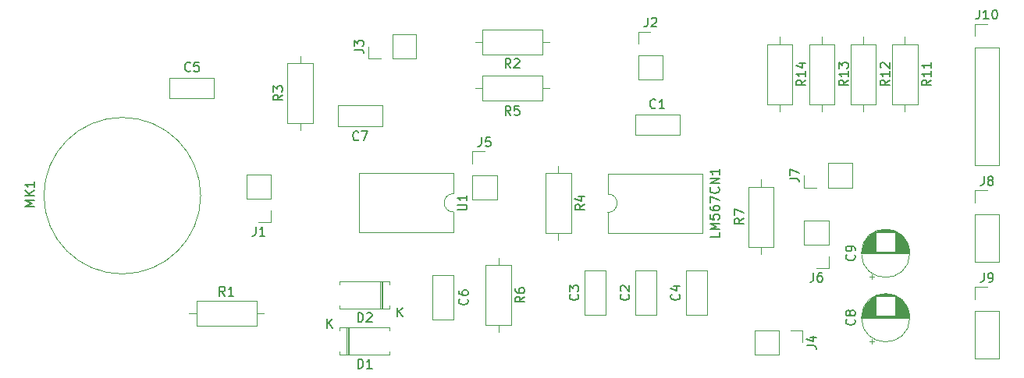
<source format=gbr>
%TF.GenerationSoftware,KiCad,Pcbnew,9.0.0*%
%TF.CreationDate,2025-02-27T14:13:55+01:00*%
%TF.ProjectId,Second,5365636f-6e64-42e6-9b69-6361645f7063,rev?*%
%TF.SameCoordinates,Original*%
%TF.FileFunction,Legend,Top*%
%TF.FilePolarity,Positive*%
%FSLAX46Y46*%
G04 Gerber Fmt 4.6, Leading zero omitted, Abs format (unit mm)*
G04 Created by KiCad (PCBNEW 9.0.0) date 2025-02-27 14:13:55*
%MOMM*%
%LPD*%
G01*
G04 APERTURE LIST*
%ADD10C,0.150000*%
%ADD11C,0.120000*%
G04 APERTURE END LIST*
D10*
X110058207Y-60124580D02*
X110010588Y-60172200D01*
X110010588Y-60172200D02*
X109867731Y-60219819D01*
X109867731Y-60219819D02*
X109772493Y-60219819D01*
X109772493Y-60219819D02*
X109629636Y-60172200D01*
X109629636Y-60172200D02*
X109534398Y-60076961D01*
X109534398Y-60076961D02*
X109486779Y-59981723D01*
X109486779Y-59981723D02*
X109439160Y-59791247D01*
X109439160Y-59791247D02*
X109439160Y-59648390D01*
X109439160Y-59648390D02*
X109486779Y-59457914D01*
X109486779Y-59457914D02*
X109534398Y-59362676D01*
X109534398Y-59362676D02*
X109629636Y-59267438D01*
X109629636Y-59267438D02*
X109772493Y-59219819D01*
X109772493Y-59219819D02*
X109867731Y-59219819D01*
X109867731Y-59219819D02*
X110010588Y-59267438D01*
X110010588Y-59267438D02*
X110058207Y-59315057D01*
X111010588Y-60219819D02*
X110439160Y-60219819D01*
X110724874Y-60219819D02*
X110724874Y-59219819D01*
X110724874Y-59219819D02*
X110629636Y-59362676D01*
X110629636Y-59362676D02*
X110534398Y-59457914D01*
X110534398Y-59457914D02*
X110439160Y-59505533D01*
X69584819Y-58746666D02*
X69108628Y-59079999D01*
X69584819Y-59318094D02*
X68584819Y-59318094D01*
X68584819Y-59318094D02*
X68584819Y-58937142D01*
X68584819Y-58937142D02*
X68632438Y-58841904D01*
X68632438Y-58841904D02*
X68680057Y-58794285D01*
X68680057Y-58794285D02*
X68775295Y-58746666D01*
X68775295Y-58746666D02*
X68918152Y-58746666D01*
X68918152Y-58746666D02*
X69013390Y-58794285D01*
X69013390Y-58794285D02*
X69061009Y-58841904D01*
X69061009Y-58841904D02*
X69108628Y-58937142D01*
X69108628Y-58937142D02*
X69108628Y-59318094D01*
X68584819Y-58413332D02*
X68584819Y-57794285D01*
X68584819Y-57794285D02*
X68965771Y-58127618D01*
X68965771Y-58127618D02*
X68965771Y-57984761D01*
X68965771Y-57984761D02*
X69013390Y-57889523D01*
X69013390Y-57889523D02*
X69061009Y-57841904D01*
X69061009Y-57841904D02*
X69156247Y-57794285D01*
X69156247Y-57794285D02*
X69394342Y-57794285D01*
X69394342Y-57794285D02*
X69489580Y-57841904D01*
X69489580Y-57841904D02*
X69537200Y-57889523D01*
X69537200Y-57889523D02*
X69584819Y-57984761D01*
X69584819Y-57984761D02*
X69584819Y-58270475D01*
X69584819Y-58270475D02*
X69537200Y-58365713D01*
X69537200Y-58365713D02*
X69489580Y-58413332D01*
X66666666Y-73059819D02*
X66666666Y-73774104D01*
X66666666Y-73774104D02*
X66619047Y-73916961D01*
X66619047Y-73916961D02*
X66523809Y-74012200D01*
X66523809Y-74012200D02*
X66380952Y-74059819D01*
X66380952Y-74059819D02*
X66285714Y-74059819D01*
X67666666Y-74059819D02*
X67095238Y-74059819D01*
X67380952Y-74059819D02*
X67380952Y-73059819D01*
X67380952Y-73059819D02*
X67285714Y-73202676D01*
X67285714Y-73202676D02*
X67190476Y-73297914D01*
X67190476Y-73297914D02*
X67095238Y-73345533D01*
X124624819Y-67833333D02*
X125339104Y-67833333D01*
X125339104Y-67833333D02*
X125481961Y-67880952D01*
X125481961Y-67880952D02*
X125577200Y-67976190D01*
X125577200Y-67976190D02*
X125624819Y-68119047D01*
X125624819Y-68119047D02*
X125624819Y-68214285D01*
X124624819Y-67452380D02*
X124624819Y-66785714D01*
X124624819Y-66785714D02*
X125624819Y-67214285D01*
X116954819Y-73710476D02*
X116954819Y-74186666D01*
X116954819Y-74186666D02*
X115954819Y-74186666D01*
X116954819Y-73377142D02*
X115954819Y-73377142D01*
X115954819Y-73377142D02*
X116669104Y-73043809D01*
X116669104Y-73043809D02*
X115954819Y-72710476D01*
X115954819Y-72710476D02*
X116954819Y-72710476D01*
X115954819Y-71758095D02*
X115954819Y-72234285D01*
X115954819Y-72234285D02*
X116431009Y-72281904D01*
X116431009Y-72281904D02*
X116383390Y-72234285D01*
X116383390Y-72234285D02*
X116335771Y-72139047D01*
X116335771Y-72139047D02*
X116335771Y-71900952D01*
X116335771Y-71900952D02*
X116383390Y-71805714D01*
X116383390Y-71805714D02*
X116431009Y-71758095D01*
X116431009Y-71758095D02*
X116526247Y-71710476D01*
X116526247Y-71710476D02*
X116764342Y-71710476D01*
X116764342Y-71710476D02*
X116859580Y-71758095D01*
X116859580Y-71758095D02*
X116907200Y-71805714D01*
X116907200Y-71805714D02*
X116954819Y-71900952D01*
X116954819Y-71900952D02*
X116954819Y-72139047D01*
X116954819Y-72139047D02*
X116907200Y-72234285D01*
X116907200Y-72234285D02*
X116859580Y-72281904D01*
X115954819Y-70853333D02*
X115954819Y-71043809D01*
X115954819Y-71043809D02*
X116002438Y-71139047D01*
X116002438Y-71139047D02*
X116050057Y-71186666D01*
X116050057Y-71186666D02*
X116192914Y-71281904D01*
X116192914Y-71281904D02*
X116383390Y-71329523D01*
X116383390Y-71329523D02*
X116764342Y-71329523D01*
X116764342Y-71329523D02*
X116859580Y-71281904D01*
X116859580Y-71281904D02*
X116907200Y-71234285D01*
X116907200Y-71234285D02*
X116954819Y-71139047D01*
X116954819Y-71139047D02*
X116954819Y-70948571D01*
X116954819Y-70948571D02*
X116907200Y-70853333D01*
X116907200Y-70853333D02*
X116859580Y-70805714D01*
X116859580Y-70805714D02*
X116764342Y-70758095D01*
X116764342Y-70758095D02*
X116526247Y-70758095D01*
X116526247Y-70758095D02*
X116431009Y-70805714D01*
X116431009Y-70805714D02*
X116383390Y-70853333D01*
X116383390Y-70853333D02*
X116335771Y-70948571D01*
X116335771Y-70948571D02*
X116335771Y-71139047D01*
X116335771Y-71139047D02*
X116383390Y-71234285D01*
X116383390Y-71234285D02*
X116431009Y-71281904D01*
X116431009Y-71281904D02*
X116526247Y-71329523D01*
X115954819Y-70424761D02*
X115954819Y-69758095D01*
X115954819Y-69758095D02*
X116954819Y-70186666D01*
X116859580Y-68805714D02*
X116907200Y-68853333D01*
X116907200Y-68853333D02*
X116954819Y-68996190D01*
X116954819Y-68996190D02*
X116954819Y-69091428D01*
X116954819Y-69091428D02*
X116907200Y-69234285D01*
X116907200Y-69234285D02*
X116811961Y-69329523D01*
X116811961Y-69329523D02*
X116716723Y-69377142D01*
X116716723Y-69377142D02*
X116526247Y-69424761D01*
X116526247Y-69424761D02*
X116383390Y-69424761D01*
X116383390Y-69424761D02*
X116192914Y-69377142D01*
X116192914Y-69377142D02*
X116097676Y-69329523D01*
X116097676Y-69329523D02*
X116002438Y-69234285D01*
X116002438Y-69234285D02*
X115954819Y-69091428D01*
X115954819Y-69091428D02*
X115954819Y-68996190D01*
X115954819Y-68996190D02*
X116002438Y-68853333D01*
X116002438Y-68853333D02*
X116050057Y-68805714D01*
X116954819Y-68377142D02*
X115954819Y-68377142D01*
X115954819Y-68377142D02*
X116954819Y-67805714D01*
X116954819Y-67805714D02*
X115954819Y-67805714D01*
X116954819Y-66805714D02*
X116954819Y-67377142D01*
X116954819Y-67091428D02*
X115954819Y-67091428D01*
X115954819Y-67091428D02*
X116097676Y-67186666D01*
X116097676Y-67186666D02*
X116192914Y-67281904D01*
X116192914Y-67281904D02*
X116240533Y-67377142D01*
X127166666Y-78059819D02*
X127166666Y-78774104D01*
X127166666Y-78774104D02*
X127119047Y-78916961D01*
X127119047Y-78916961D02*
X127023809Y-79012200D01*
X127023809Y-79012200D02*
X126880952Y-79059819D01*
X126880952Y-79059819D02*
X126785714Y-79059819D01*
X128071428Y-78059819D02*
X127880952Y-78059819D01*
X127880952Y-78059819D02*
X127785714Y-78107438D01*
X127785714Y-78107438D02*
X127738095Y-78155057D01*
X127738095Y-78155057D02*
X127642857Y-78297914D01*
X127642857Y-78297914D02*
X127595238Y-78488390D01*
X127595238Y-78488390D02*
X127595238Y-78869342D01*
X127595238Y-78869342D02*
X127642857Y-78964580D01*
X127642857Y-78964580D02*
X127690476Y-79012200D01*
X127690476Y-79012200D02*
X127785714Y-79059819D01*
X127785714Y-79059819D02*
X127976190Y-79059819D01*
X127976190Y-79059819D02*
X128071428Y-79012200D01*
X128071428Y-79012200D02*
X128119047Y-78964580D01*
X128119047Y-78964580D02*
X128166666Y-78869342D01*
X128166666Y-78869342D02*
X128166666Y-78631247D01*
X128166666Y-78631247D02*
X128119047Y-78536009D01*
X128119047Y-78536009D02*
X128071428Y-78488390D01*
X128071428Y-78488390D02*
X127976190Y-78440771D01*
X127976190Y-78440771D02*
X127785714Y-78440771D01*
X127785714Y-78440771D02*
X127690476Y-78488390D01*
X127690476Y-78488390D02*
X127642857Y-78536009D01*
X127642857Y-78536009D02*
X127595238Y-78631247D01*
X77349819Y-53833333D02*
X78064104Y-53833333D01*
X78064104Y-53833333D02*
X78206961Y-53880952D01*
X78206961Y-53880952D02*
X78302200Y-53976190D01*
X78302200Y-53976190D02*
X78349819Y-54119047D01*
X78349819Y-54119047D02*
X78349819Y-54214285D01*
X77349819Y-53452380D02*
X77349819Y-52833333D01*
X77349819Y-52833333D02*
X77730771Y-53166666D01*
X77730771Y-53166666D02*
X77730771Y-53023809D01*
X77730771Y-53023809D02*
X77778390Y-52928571D01*
X77778390Y-52928571D02*
X77826009Y-52880952D01*
X77826009Y-52880952D02*
X77921247Y-52833333D01*
X77921247Y-52833333D02*
X78159342Y-52833333D01*
X78159342Y-52833333D02*
X78254580Y-52880952D01*
X78254580Y-52880952D02*
X78302200Y-52928571D01*
X78302200Y-52928571D02*
X78349819Y-53023809D01*
X78349819Y-53023809D02*
X78349819Y-53309523D01*
X78349819Y-53309523D02*
X78302200Y-53404761D01*
X78302200Y-53404761D02*
X78254580Y-53452380D01*
X109166666Y-50349819D02*
X109166666Y-51064104D01*
X109166666Y-51064104D02*
X109119047Y-51206961D01*
X109119047Y-51206961D02*
X109023809Y-51302200D01*
X109023809Y-51302200D02*
X108880952Y-51349819D01*
X108880952Y-51349819D02*
X108785714Y-51349819D01*
X109595238Y-50445057D02*
X109642857Y-50397438D01*
X109642857Y-50397438D02*
X109738095Y-50349819D01*
X109738095Y-50349819D02*
X109976190Y-50349819D01*
X109976190Y-50349819D02*
X110071428Y-50397438D01*
X110071428Y-50397438D02*
X110119047Y-50445057D01*
X110119047Y-50445057D02*
X110166666Y-50540295D01*
X110166666Y-50540295D02*
X110166666Y-50635533D01*
X110166666Y-50635533D02*
X110119047Y-50778390D01*
X110119047Y-50778390D02*
X109547619Y-51349819D01*
X109547619Y-51349819D02*
X110166666Y-51349819D01*
X145666666Y-67584819D02*
X145666666Y-68299104D01*
X145666666Y-68299104D02*
X145619047Y-68441961D01*
X145619047Y-68441961D02*
X145523809Y-68537200D01*
X145523809Y-68537200D02*
X145380952Y-68584819D01*
X145380952Y-68584819D02*
X145285714Y-68584819D01*
X146285714Y-68013390D02*
X146190476Y-67965771D01*
X146190476Y-67965771D02*
X146142857Y-67918152D01*
X146142857Y-67918152D02*
X146095238Y-67822914D01*
X146095238Y-67822914D02*
X146095238Y-67775295D01*
X146095238Y-67775295D02*
X146142857Y-67680057D01*
X146142857Y-67680057D02*
X146190476Y-67632438D01*
X146190476Y-67632438D02*
X146285714Y-67584819D01*
X146285714Y-67584819D02*
X146476190Y-67584819D01*
X146476190Y-67584819D02*
X146571428Y-67632438D01*
X146571428Y-67632438D02*
X146619047Y-67680057D01*
X146619047Y-67680057D02*
X146666666Y-67775295D01*
X146666666Y-67775295D02*
X146666666Y-67822914D01*
X146666666Y-67822914D02*
X146619047Y-67918152D01*
X146619047Y-67918152D02*
X146571428Y-67965771D01*
X146571428Y-67965771D02*
X146476190Y-68013390D01*
X146476190Y-68013390D02*
X146285714Y-68013390D01*
X146285714Y-68013390D02*
X146190476Y-68061009D01*
X146190476Y-68061009D02*
X146142857Y-68108628D01*
X146142857Y-68108628D02*
X146095238Y-68203866D01*
X146095238Y-68203866D02*
X146095238Y-68394342D01*
X146095238Y-68394342D02*
X146142857Y-68489580D01*
X146142857Y-68489580D02*
X146190476Y-68537200D01*
X146190476Y-68537200D02*
X146285714Y-68584819D01*
X146285714Y-68584819D02*
X146476190Y-68584819D01*
X146476190Y-68584819D02*
X146571428Y-68537200D01*
X146571428Y-68537200D02*
X146619047Y-68489580D01*
X146619047Y-68489580D02*
X146666666Y-68394342D01*
X146666666Y-68394342D02*
X146666666Y-68203866D01*
X146666666Y-68203866D02*
X146619047Y-68108628D01*
X146619047Y-68108628D02*
X146571428Y-68061009D01*
X146571428Y-68061009D02*
X146476190Y-68013390D01*
X126459819Y-85983333D02*
X127174104Y-85983333D01*
X127174104Y-85983333D02*
X127316961Y-86030952D01*
X127316961Y-86030952D02*
X127412200Y-86126190D01*
X127412200Y-86126190D02*
X127459819Y-86269047D01*
X127459819Y-86269047D02*
X127459819Y-86364285D01*
X126793152Y-85078571D02*
X127459819Y-85078571D01*
X126412200Y-85316666D02*
X127126485Y-85554761D01*
X127126485Y-85554761D02*
X127126485Y-84935714D01*
X89609580Y-80916666D02*
X89657200Y-80964285D01*
X89657200Y-80964285D02*
X89704819Y-81107142D01*
X89704819Y-81107142D02*
X89704819Y-81202380D01*
X89704819Y-81202380D02*
X89657200Y-81345237D01*
X89657200Y-81345237D02*
X89561961Y-81440475D01*
X89561961Y-81440475D02*
X89466723Y-81488094D01*
X89466723Y-81488094D02*
X89276247Y-81535713D01*
X89276247Y-81535713D02*
X89133390Y-81535713D01*
X89133390Y-81535713D02*
X88942914Y-81488094D01*
X88942914Y-81488094D02*
X88847676Y-81440475D01*
X88847676Y-81440475D02*
X88752438Y-81345237D01*
X88752438Y-81345237D02*
X88704819Y-81202380D01*
X88704819Y-81202380D02*
X88704819Y-81107142D01*
X88704819Y-81107142D02*
X88752438Y-80964285D01*
X88752438Y-80964285D02*
X88800057Y-80916666D01*
X88704819Y-80059523D02*
X88704819Y-80249999D01*
X88704819Y-80249999D02*
X88752438Y-80345237D01*
X88752438Y-80345237D02*
X88800057Y-80392856D01*
X88800057Y-80392856D02*
X88942914Y-80488094D01*
X88942914Y-80488094D02*
X89133390Y-80535713D01*
X89133390Y-80535713D02*
X89514342Y-80535713D01*
X89514342Y-80535713D02*
X89609580Y-80488094D01*
X89609580Y-80488094D02*
X89657200Y-80440475D01*
X89657200Y-80440475D02*
X89704819Y-80345237D01*
X89704819Y-80345237D02*
X89704819Y-80154761D01*
X89704819Y-80154761D02*
X89657200Y-80059523D01*
X89657200Y-80059523D02*
X89609580Y-80011904D01*
X89609580Y-80011904D02*
X89514342Y-79964285D01*
X89514342Y-79964285D02*
X89276247Y-79964285D01*
X89276247Y-79964285D02*
X89181009Y-80011904D01*
X89181009Y-80011904D02*
X89133390Y-80059523D01*
X89133390Y-80059523D02*
X89085771Y-80154761D01*
X89085771Y-80154761D02*
X89085771Y-80345237D01*
X89085771Y-80345237D02*
X89133390Y-80440475D01*
X89133390Y-80440475D02*
X89181009Y-80488094D01*
X89181009Y-80488094D02*
X89276247Y-80535713D01*
X88584819Y-71241904D02*
X89394342Y-71241904D01*
X89394342Y-71241904D02*
X89489580Y-71194285D01*
X89489580Y-71194285D02*
X89537200Y-71146666D01*
X89537200Y-71146666D02*
X89584819Y-71051428D01*
X89584819Y-71051428D02*
X89584819Y-70860952D01*
X89584819Y-70860952D02*
X89537200Y-70765714D01*
X89537200Y-70765714D02*
X89489580Y-70718095D01*
X89489580Y-70718095D02*
X89394342Y-70670476D01*
X89394342Y-70670476D02*
X88584819Y-70670476D01*
X89584819Y-69670476D02*
X89584819Y-70241904D01*
X89584819Y-69956190D02*
X88584819Y-69956190D01*
X88584819Y-69956190D02*
X88727676Y-70051428D01*
X88727676Y-70051428D02*
X88822914Y-70146666D01*
X88822914Y-70146666D02*
X88870533Y-70241904D01*
X94333333Y-60954819D02*
X94000000Y-60478628D01*
X93761905Y-60954819D02*
X93761905Y-59954819D01*
X93761905Y-59954819D02*
X94142857Y-59954819D01*
X94142857Y-59954819D02*
X94238095Y-60002438D01*
X94238095Y-60002438D02*
X94285714Y-60050057D01*
X94285714Y-60050057D02*
X94333333Y-60145295D01*
X94333333Y-60145295D02*
X94333333Y-60288152D01*
X94333333Y-60288152D02*
X94285714Y-60383390D01*
X94285714Y-60383390D02*
X94238095Y-60431009D01*
X94238095Y-60431009D02*
X94142857Y-60478628D01*
X94142857Y-60478628D02*
X93761905Y-60478628D01*
X95238095Y-59954819D02*
X94761905Y-59954819D01*
X94761905Y-59954819D02*
X94714286Y-60431009D01*
X94714286Y-60431009D02*
X94761905Y-60383390D01*
X94761905Y-60383390D02*
X94857143Y-60335771D01*
X94857143Y-60335771D02*
X95095238Y-60335771D01*
X95095238Y-60335771D02*
X95190476Y-60383390D01*
X95190476Y-60383390D02*
X95238095Y-60431009D01*
X95238095Y-60431009D02*
X95285714Y-60526247D01*
X95285714Y-60526247D02*
X95285714Y-60764342D01*
X95285714Y-60764342D02*
X95238095Y-60859580D01*
X95238095Y-60859580D02*
X95190476Y-60907200D01*
X95190476Y-60907200D02*
X95095238Y-60954819D01*
X95095238Y-60954819D02*
X94857143Y-60954819D01*
X94857143Y-60954819D02*
X94761905Y-60907200D01*
X94761905Y-60907200D02*
X94714286Y-60859580D01*
X42654819Y-70849523D02*
X41654819Y-70849523D01*
X41654819Y-70849523D02*
X42369104Y-70516190D01*
X42369104Y-70516190D02*
X41654819Y-70182857D01*
X41654819Y-70182857D02*
X42654819Y-70182857D01*
X42654819Y-69706666D02*
X41654819Y-69706666D01*
X42654819Y-69135238D02*
X42083390Y-69563809D01*
X41654819Y-69135238D02*
X42226247Y-69706666D01*
X42654819Y-68182857D02*
X42654819Y-68754285D01*
X42654819Y-68468571D02*
X41654819Y-68468571D01*
X41654819Y-68468571D02*
X41797676Y-68563809D01*
X41797676Y-68563809D02*
X41892914Y-68659047D01*
X41892914Y-68659047D02*
X41940533Y-68754285D01*
X130924819Y-57142857D02*
X130448628Y-57476190D01*
X130924819Y-57714285D02*
X129924819Y-57714285D01*
X129924819Y-57714285D02*
X129924819Y-57333333D01*
X129924819Y-57333333D02*
X129972438Y-57238095D01*
X129972438Y-57238095D02*
X130020057Y-57190476D01*
X130020057Y-57190476D02*
X130115295Y-57142857D01*
X130115295Y-57142857D02*
X130258152Y-57142857D01*
X130258152Y-57142857D02*
X130353390Y-57190476D01*
X130353390Y-57190476D02*
X130401009Y-57238095D01*
X130401009Y-57238095D02*
X130448628Y-57333333D01*
X130448628Y-57333333D02*
X130448628Y-57714285D01*
X130924819Y-56190476D02*
X130924819Y-56761904D01*
X130924819Y-56476190D02*
X129924819Y-56476190D01*
X129924819Y-56476190D02*
X130067676Y-56571428D01*
X130067676Y-56571428D02*
X130162914Y-56666666D01*
X130162914Y-56666666D02*
X130210533Y-56761904D01*
X129924819Y-55857142D02*
X129924819Y-55238095D01*
X129924819Y-55238095D02*
X130305771Y-55571428D01*
X130305771Y-55571428D02*
X130305771Y-55428571D01*
X130305771Y-55428571D02*
X130353390Y-55333333D01*
X130353390Y-55333333D02*
X130401009Y-55285714D01*
X130401009Y-55285714D02*
X130496247Y-55238095D01*
X130496247Y-55238095D02*
X130734342Y-55238095D01*
X130734342Y-55238095D02*
X130829580Y-55285714D01*
X130829580Y-55285714D02*
X130877200Y-55333333D01*
X130877200Y-55333333D02*
X130924819Y-55428571D01*
X130924819Y-55428571D02*
X130924819Y-55714285D01*
X130924819Y-55714285D02*
X130877200Y-55809523D01*
X130877200Y-55809523D02*
X130829580Y-55857142D01*
X145190476Y-49504819D02*
X145190476Y-50219104D01*
X145190476Y-50219104D02*
X145142857Y-50361961D01*
X145142857Y-50361961D02*
X145047619Y-50457200D01*
X145047619Y-50457200D02*
X144904762Y-50504819D01*
X144904762Y-50504819D02*
X144809524Y-50504819D01*
X146190476Y-50504819D02*
X145619048Y-50504819D01*
X145904762Y-50504819D02*
X145904762Y-49504819D01*
X145904762Y-49504819D02*
X145809524Y-49647676D01*
X145809524Y-49647676D02*
X145714286Y-49742914D01*
X145714286Y-49742914D02*
X145619048Y-49790533D01*
X146809524Y-49504819D02*
X146904762Y-49504819D01*
X146904762Y-49504819D02*
X147000000Y-49552438D01*
X147000000Y-49552438D02*
X147047619Y-49600057D01*
X147047619Y-49600057D02*
X147095238Y-49695295D01*
X147095238Y-49695295D02*
X147142857Y-49885771D01*
X147142857Y-49885771D02*
X147142857Y-50123866D01*
X147142857Y-50123866D02*
X147095238Y-50314342D01*
X147095238Y-50314342D02*
X147047619Y-50409580D01*
X147047619Y-50409580D02*
X147000000Y-50457200D01*
X147000000Y-50457200D02*
X146904762Y-50504819D01*
X146904762Y-50504819D02*
X146809524Y-50504819D01*
X146809524Y-50504819D02*
X146714286Y-50457200D01*
X146714286Y-50457200D02*
X146666667Y-50409580D01*
X146666667Y-50409580D02*
X146619048Y-50314342D01*
X146619048Y-50314342D02*
X146571429Y-50123866D01*
X146571429Y-50123866D02*
X146571429Y-49885771D01*
X146571429Y-49885771D02*
X146619048Y-49695295D01*
X146619048Y-49695295D02*
X146666667Y-49600057D01*
X146666667Y-49600057D02*
X146714286Y-49552438D01*
X146714286Y-49552438D02*
X146809524Y-49504819D01*
X135424819Y-57142857D02*
X134948628Y-57476190D01*
X135424819Y-57714285D02*
X134424819Y-57714285D01*
X134424819Y-57714285D02*
X134424819Y-57333333D01*
X134424819Y-57333333D02*
X134472438Y-57238095D01*
X134472438Y-57238095D02*
X134520057Y-57190476D01*
X134520057Y-57190476D02*
X134615295Y-57142857D01*
X134615295Y-57142857D02*
X134758152Y-57142857D01*
X134758152Y-57142857D02*
X134853390Y-57190476D01*
X134853390Y-57190476D02*
X134901009Y-57238095D01*
X134901009Y-57238095D02*
X134948628Y-57333333D01*
X134948628Y-57333333D02*
X134948628Y-57714285D01*
X135424819Y-56190476D02*
X135424819Y-56761904D01*
X135424819Y-56476190D02*
X134424819Y-56476190D01*
X134424819Y-56476190D02*
X134567676Y-56571428D01*
X134567676Y-56571428D02*
X134662914Y-56666666D01*
X134662914Y-56666666D02*
X134710533Y-56761904D01*
X134520057Y-55809523D02*
X134472438Y-55761904D01*
X134472438Y-55761904D02*
X134424819Y-55666666D01*
X134424819Y-55666666D02*
X134424819Y-55428571D01*
X134424819Y-55428571D02*
X134472438Y-55333333D01*
X134472438Y-55333333D02*
X134520057Y-55285714D01*
X134520057Y-55285714D02*
X134615295Y-55238095D01*
X134615295Y-55238095D02*
X134710533Y-55238095D01*
X134710533Y-55238095D02*
X134853390Y-55285714D01*
X134853390Y-55285714D02*
X135424819Y-55857142D01*
X135424819Y-55857142D02*
X135424819Y-55238095D01*
X94333333Y-55824819D02*
X94000000Y-55348628D01*
X93761905Y-55824819D02*
X93761905Y-54824819D01*
X93761905Y-54824819D02*
X94142857Y-54824819D01*
X94142857Y-54824819D02*
X94238095Y-54872438D01*
X94238095Y-54872438D02*
X94285714Y-54920057D01*
X94285714Y-54920057D02*
X94333333Y-55015295D01*
X94333333Y-55015295D02*
X94333333Y-55158152D01*
X94333333Y-55158152D02*
X94285714Y-55253390D01*
X94285714Y-55253390D02*
X94238095Y-55301009D01*
X94238095Y-55301009D02*
X94142857Y-55348628D01*
X94142857Y-55348628D02*
X93761905Y-55348628D01*
X94714286Y-54920057D02*
X94761905Y-54872438D01*
X94761905Y-54872438D02*
X94857143Y-54824819D01*
X94857143Y-54824819D02*
X95095238Y-54824819D01*
X95095238Y-54824819D02*
X95190476Y-54872438D01*
X95190476Y-54872438D02*
X95238095Y-54920057D01*
X95238095Y-54920057D02*
X95285714Y-55015295D01*
X95285714Y-55015295D02*
X95285714Y-55110533D01*
X95285714Y-55110533D02*
X95238095Y-55253390D01*
X95238095Y-55253390D02*
X94666667Y-55824819D01*
X94666667Y-55824819D02*
X95285714Y-55824819D01*
X145666666Y-78084819D02*
X145666666Y-78799104D01*
X145666666Y-78799104D02*
X145619047Y-78941961D01*
X145619047Y-78941961D02*
X145523809Y-79037200D01*
X145523809Y-79037200D02*
X145380952Y-79084819D01*
X145380952Y-79084819D02*
X145285714Y-79084819D01*
X146190476Y-79084819D02*
X146380952Y-79084819D01*
X146380952Y-79084819D02*
X146476190Y-79037200D01*
X146476190Y-79037200D02*
X146523809Y-78989580D01*
X146523809Y-78989580D02*
X146619047Y-78846723D01*
X146619047Y-78846723D02*
X146666666Y-78656247D01*
X146666666Y-78656247D02*
X146666666Y-78275295D01*
X146666666Y-78275295D02*
X146619047Y-78180057D01*
X146619047Y-78180057D02*
X146571428Y-78132438D01*
X146571428Y-78132438D02*
X146476190Y-78084819D01*
X146476190Y-78084819D02*
X146285714Y-78084819D01*
X146285714Y-78084819D02*
X146190476Y-78132438D01*
X146190476Y-78132438D02*
X146142857Y-78180057D01*
X146142857Y-78180057D02*
X146095238Y-78275295D01*
X146095238Y-78275295D02*
X146095238Y-78513390D01*
X146095238Y-78513390D02*
X146142857Y-78608628D01*
X146142857Y-78608628D02*
X146190476Y-78656247D01*
X146190476Y-78656247D02*
X146285714Y-78703866D01*
X146285714Y-78703866D02*
X146476190Y-78703866D01*
X146476190Y-78703866D02*
X146571428Y-78656247D01*
X146571428Y-78656247D02*
X146619047Y-78608628D01*
X146619047Y-78608628D02*
X146666666Y-78513390D01*
X139924819Y-57142857D02*
X139448628Y-57476190D01*
X139924819Y-57714285D02*
X138924819Y-57714285D01*
X138924819Y-57714285D02*
X138924819Y-57333333D01*
X138924819Y-57333333D02*
X138972438Y-57238095D01*
X138972438Y-57238095D02*
X139020057Y-57190476D01*
X139020057Y-57190476D02*
X139115295Y-57142857D01*
X139115295Y-57142857D02*
X139258152Y-57142857D01*
X139258152Y-57142857D02*
X139353390Y-57190476D01*
X139353390Y-57190476D02*
X139401009Y-57238095D01*
X139401009Y-57238095D02*
X139448628Y-57333333D01*
X139448628Y-57333333D02*
X139448628Y-57714285D01*
X139924819Y-56190476D02*
X139924819Y-56761904D01*
X139924819Y-56476190D02*
X138924819Y-56476190D01*
X138924819Y-56476190D02*
X139067676Y-56571428D01*
X139067676Y-56571428D02*
X139162914Y-56666666D01*
X139162914Y-56666666D02*
X139210533Y-56761904D01*
X139924819Y-55238095D02*
X139924819Y-55809523D01*
X139924819Y-55523809D02*
X138924819Y-55523809D01*
X138924819Y-55523809D02*
X139067676Y-55619047D01*
X139067676Y-55619047D02*
X139162914Y-55714285D01*
X139162914Y-55714285D02*
X139210533Y-55809523D01*
X131609580Y-76121779D02*
X131657200Y-76169398D01*
X131657200Y-76169398D02*
X131704819Y-76312255D01*
X131704819Y-76312255D02*
X131704819Y-76407493D01*
X131704819Y-76407493D02*
X131657200Y-76550350D01*
X131657200Y-76550350D02*
X131561961Y-76645588D01*
X131561961Y-76645588D02*
X131466723Y-76693207D01*
X131466723Y-76693207D02*
X131276247Y-76740826D01*
X131276247Y-76740826D02*
X131133390Y-76740826D01*
X131133390Y-76740826D02*
X130942914Y-76693207D01*
X130942914Y-76693207D02*
X130847676Y-76645588D01*
X130847676Y-76645588D02*
X130752438Y-76550350D01*
X130752438Y-76550350D02*
X130704819Y-76407493D01*
X130704819Y-76407493D02*
X130704819Y-76312255D01*
X130704819Y-76312255D02*
X130752438Y-76169398D01*
X130752438Y-76169398D02*
X130800057Y-76121779D01*
X131704819Y-75645588D02*
X131704819Y-75455112D01*
X131704819Y-75455112D02*
X131657200Y-75359874D01*
X131657200Y-75359874D02*
X131609580Y-75312255D01*
X131609580Y-75312255D02*
X131466723Y-75217017D01*
X131466723Y-75217017D02*
X131276247Y-75169398D01*
X131276247Y-75169398D02*
X130895295Y-75169398D01*
X130895295Y-75169398D02*
X130800057Y-75217017D01*
X130800057Y-75217017D02*
X130752438Y-75264636D01*
X130752438Y-75264636D02*
X130704819Y-75359874D01*
X130704819Y-75359874D02*
X130704819Y-75550350D01*
X130704819Y-75550350D02*
X130752438Y-75645588D01*
X130752438Y-75645588D02*
X130800057Y-75693207D01*
X130800057Y-75693207D02*
X130895295Y-75740826D01*
X130895295Y-75740826D02*
X131133390Y-75740826D01*
X131133390Y-75740826D02*
X131228628Y-75693207D01*
X131228628Y-75693207D02*
X131276247Y-75645588D01*
X131276247Y-75645588D02*
X131323866Y-75550350D01*
X131323866Y-75550350D02*
X131323866Y-75359874D01*
X131323866Y-75359874D02*
X131276247Y-75264636D01*
X131276247Y-75264636D02*
X131228628Y-75217017D01*
X131228628Y-75217017D02*
X131133390Y-75169398D01*
X131609580Y-83121779D02*
X131657200Y-83169398D01*
X131657200Y-83169398D02*
X131704819Y-83312255D01*
X131704819Y-83312255D02*
X131704819Y-83407493D01*
X131704819Y-83407493D02*
X131657200Y-83550350D01*
X131657200Y-83550350D02*
X131561961Y-83645588D01*
X131561961Y-83645588D02*
X131466723Y-83693207D01*
X131466723Y-83693207D02*
X131276247Y-83740826D01*
X131276247Y-83740826D02*
X131133390Y-83740826D01*
X131133390Y-83740826D02*
X130942914Y-83693207D01*
X130942914Y-83693207D02*
X130847676Y-83645588D01*
X130847676Y-83645588D02*
X130752438Y-83550350D01*
X130752438Y-83550350D02*
X130704819Y-83407493D01*
X130704819Y-83407493D02*
X130704819Y-83312255D01*
X130704819Y-83312255D02*
X130752438Y-83169398D01*
X130752438Y-83169398D02*
X130800057Y-83121779D01*
X131133390Y-82550350D02*
X131085771Y-82645588D01*
X131085771Y-82645588D02*
X131038152Y-82693207D01*
X131038152Y-82693207D02*
X130942914Y-82740826D01*
X130942914Y-82740826D02*
X130895295Y-82740826D01*
X130895295Y-82740826D02*
X130800057Y-82693207D01*
X130800057Y-82693207D02*
X130752438Y-82645588D01*
X130752438Y-82645588D02*
X130704819Y-82550350D01*
X130704819Y-82550350D02*
X130704819Y-82359874D01*
X130704819Y-82359874D02*
X130752438Y-82264636D01*
X130752438Y-82264636D02*
X130800057Y-82217017D01*
X130800057Y-82217017D02*
X130895295Y-82169398D01*
X130895295Y-82169398D02*
X130942914Y-82169398D01*
X130942914Y-82169398D02*
X131038152Y-82217017D01*
X131038152Y-82217017D02*
X131085771Y-82264636D01*
X131085771Y-82264636D02*
X131133390Y-82359874D01*
X131133390Y-82359874D02*
X131133390Y-82550350D01*
X131133390Y-82550350D02*
X131181009Y-82645588D01*
X131181009Y-82645588D02*
X131228628Y-82693207D01*
X131228628Y-82693207D02*
X131323866Y-82740826D01*
X131323866Y-82740826D02*
X131514342Y-82740826D01*
X131514342Y-82740826D02*
X131609580Y-82693207D01*
X131609580Y-82693207D02*
X131657200Y-82645588D01*
X131657200Y-82645588D02*
X131704819Y-82550350D01*
X131704819Y-82550350D02*
X131704819Y-82359874D01*
X131704819Y-82359874D02*
X131657200Y-82264636D01*
X131657200Y-82264636D02*
X131609580Y-82217017D01*
X131609580Y-82217017D02*
X131514342Y-82169398D01*
X131514342Y-82169398D02*
X131323866Y-82169398D01*
X131323866Y-82169398D02*
X131228628Y-82217017D01*
X131228628Y-82217017D02*
X131181009Y-82264636D01*
X131181009Y-82264636D02*
X131133390Y-82359874D01*
X126324819Y-57142857D02*
X125848628Y-57476190D01*
X126324819Y-57714285D02*
X125324819Y-57714285D01*
X125324819Y-57714285D02*
X125324819Y-57333333D01*
X125324819Y-57333333D02*
X125372438Y-57238095D01*
X125372438Y-57238095D02*
X125420057Y-57190476D01*
X125420057Y-57190476D02*
X125515295Y-57142857D01*
X125515295Y-57142857D02*
X125658152Y-57142857D01*
X125658152Y-57142857D02*
X125753390Y-57190476D01*
X125753390Y-57190476D02*
X125801009Y-57238095D01*
X125801009Y-57238095D02*
X125848628Y-57333333D01*
X125848628Y-57333333D02*
X125848628Y-57714285D01*
X126324819Y-56190476D02*
X126324819Y-56761904D01*
X126324819Y-56476190D02*
X125324819Y-56476190D01*
X125324819Y-56476190D02*
X125467676Y-56571428D01*
X125467676Y-56571428D02*
X125562914Y-56666666D01*
X125562914Y-56666666D02*
X125610533Y-56761904D01*
X125658152Y-55333333D02*
X126324819Y-55333333D01*
X125277200Y-55571428D02*
X125991485Y-55809523D01*
X125991485Y-55809523D02*
X125991485Y-55190476D01*
X95824819Y-80666666D02*
X95348628Y-80999999D01*
X95824819Y-81238094D02*
X94824819Y-81238094D01*
X94824819Y-81238094D02*
X94824819Y-80857142D01*
X94824819Y-80857142D02*
X94872438Y-80761904D01*
X94872438Y-80761904D02*
X94920057Y-80714285D01*
X94920057Y-80714285D02*
X95015295Y-80666666D01*
X95015295Y-80666666D02*
X95158152Y-80666666D01*
X95158152Y-80666666D02*
X95253390Y-80714285D01*
X95253390Y-80714285D02*
X95301009Y-80761904D01*
X95301009Y-80761904D02*
X95348628Y-80857142D01*
X95348628Y-80857142D02*
X95348628Y-81238094D01*
X94824819Y-79809523D02*
X94824819Y-79999999D01*
X94824819Y-79999999D02*
X94872438Y-80095237D01*
X94872438Y-80095237D02*
X94920057Y-80142856D01*
X94920057Y-80142856D02*
X95062914Y-80238094D01*
X95062914Y-80238094D02*
X95253390Y-80285713D01*
X95253390Y-80285713D02*
X95634342Y-80285713D01*
X95634342Y-80285713D02*
X95729580Y-80238094D01*
X95729580Y-80238094D02*
X95777200Y-80190475D01*
X95777200Y-80190475D02*
X95824819Y-80095237D01*
X95824819Y-80095237D02*
X95824819Y-79904761D01*
X95824819Y-79904761D02*
X95777200Y-79809523D01*
X95777200Y-79809523D02*
X95729580Y-79761904D01*
X95729580Y-79761904D02*
X95634342Y-79714285D01*
X95634342Y-79714285D02*
X95396247Y-79714285D01*
X95396247Y-79714285D02*
X95301009Y-79761904D01*
X95301009Y-79761904D02*
X95253390Y-79809523D01*
X95253390Y-79809523D02*
X95205771Y-79904761D01*
X95205771Y-79904761D02*
X95205771Y-80095237D01*
X95205771Y-80095237D02*
X95253390Y-80190475D01*
X95253390Y-80190475D02*
X95301009Y-80238094D01*
X95301009Y-80238094D02*
X95396247Y-80285713D01*
X77833333Y-63609580D02*
X77785714Y-63657200D01*
X77785714Y-63657200D02*
X77642857Y-63704819D01*
X77642857Y-63704819D02*
X77547619Y-63704819D01*
X77547619Y-63704819D02*
X77404762Y-63657200D01*
X77404762Y-63657200D02*
X77309524Y-63561961D01*
X77309524Y-63561961D02*
X77261905Y-63466723D01*
X77261905Y-63466723D02*
X77214286Y-63276247D01*
X77214286Y-63276247D02*
X77214286Y-63133390D01*
X77214286Y-63133390D02*
X77261905Y-62942914D01*
X77261905Y-62942914D02*
X77309524Y-62847676D01*
X77309524Y-62847676D02*
X77404762Y-62752438D01*
X77404762Y-62752438D02*
X77547619Y-62704819D01*
X77547619Y-62704819D02*
X77642857Y-62704819D01*
X77642857Y-62704819D02*
X77785714Y-62752438D01*
X77785714Y-62752438D02*
X77833333Y-62800057D01*
X78166667Y-62704819D02*
X78833333Y-62704819D01*
X78833333Y-62704819D02*
X78404762Y-63704819D01*
X107109580Y-80416666D02*
X107157200Y-80464285D01*
X107157200Y-80464285D02*
X107204819Y-80607142D01*
X107204819Y-80607142D02*
X107204819Y-80702380D01*
X107204819Y-80702380D02*
X107157200Y-80845237D01*
X107157200Y-80845237D02*
X107061961Y-80940475D01*
X107061961Y-80940475D02*
X106966723Y-80988094D01*
X106966723Y-80988094D02*
X106776247Y-81035713D01*
X106776247Y-81035713D02*
X106633390Y-81035713D01*
X106633390Y-81035713D02*
X106442914Y-80988094D01*
X106442914Y-80988094D02*
X106347676Y-80940475D01*
X106347676Y-80940475D02*
X106252438Y-80845237D01*
X106252438Y-80845237D02*
X106204819Y-80702380D01*
X106204819Y-80702380D02*
X106204819Y-80607142D01*
X106204819Y-80607142D02*
X106252438Y-80464285D01*
X106252438Y-80464285D02*
X106300057Y-80416666D01*
X106300057Y-80035713D02*
X106252438Y-79988094D01*
X106252438Y-79988094D02*
X106204819Y-79892856D01*
X106204819Y-79892856D02*
X106204819Y-79654761D01*
X106204819Y-79654761D02*
X106252438Y-79559523D01*
X106252438Y-79559523D02*
X106300057Y-79511904D01*
X106300057Y-79511904D02*
X106395295Y-79464285D01*
X106395295Y-79464285D02*
X106490533Y-79464285D01*
X106490533Y-79464285D02*
X106633390Y-79511904D01*
X106633390Y-79511904D02*
X107204819Y-80083332D01*
X107204819Y-80083332D02*
X107204819Y-79464285D01*
X59583333Y-56109580D02*
X59535714Y-56157200D01*
X59535714Y-56157200D02*
X59392857Y-56204819D01*
X59392857Y-56204819D02*
X59297619Y-56204819D01*
X59297619Y-56204819D02*
X59154762Y-56157200D01*
X59154762Y-56157200D02*
X59059524Y-56061961D01*
X59059524Y-56061961D02*
X59011905Y-55966723D01*
X59011905Y-55966723D02*
X58964286Y-55776247D01*
X58964286Y-55776247D02*
X58964286Y-55633390D01*
X58964286Y-55633390D02*
X59011905Y-55442914D01*
X59011905Y-55442914D02*
X59059524Y-55347676D01*
X59059524Y-55347676D02*
X59154762Y-55252438D01*
X59154762Y-55252438D02*
X59297619Y-55204819D01*
X59297619Y-55204819D02*
X59392857Y-55204819D01*
X59392857Y-55204819D02*
X59535714Y-55252438D01*
X59535714Y-55252438D02*
X59583333Y-55300057D01*
X60488095Y-55204819D02*
X60011905Y-55204819D01*
X60011905Y-55204819D02*
X59964286Y-55681009D01*
X59964286Y-55681009D02*
X60011905Y-55633390D01*
X60011905Y-55633390D02*
X60107143Y-55585771D01*
X60107143Y-55585771D02*
X60345238Y-55585771D01*
X60345238Y-55585771D02*
X60440476Y-55633390D01*
X60440476Y-55633390D02*
X60488095Y-55681009D01*
X60488095Y-55681009D02*
X60535714Y-55776247D01*
X60535714Y-55776247D02*
X60535714Y-56014342D01*
X60535714Y-56014342D02*
X60488095Y-56109580D01*
X60488095Y-56109580D02*
X60440476Y-56157200D01*
X60440476Y-56157200D02*
X60345238Y-56204819D01*
X60345238Y-56204819D02*
X60107143Y-56204819D01*
X60107143Y-56204819D02*
X60011905Y-56157200D01*
X60011905Y-56157200D02*
X59964286Y-56109580D01*
X102324819Y-70666666D02*
X101848628Y-70999999D01*
X102324819Y-71238094D02*
X101324819Y-71238094D01*
X101324819Y-71238094D02*
X101324819Y-70857142D01*
X101324819Y-70857142D02*
X101372438Y-70761904D01*
X101372438Y-70761904D02*
X101420057Y-70714285D01*
X101420057Y-70714285D02*
X101515295Y-70666666D01*
X101515295Y-70666666D02*
X101658152Y-70666666D01*
X101658152Y-70666666D02*
X101753390Y-70714285D01*
X101753390Y-70714285D02*
X101801009Y-70761904D01*
X101801009Y-70761904D02*
X101848628Y-70857142D01*
X101848628Y-70857142D02*
X101848628Y-71238094D01*
X101658152Y-69809523D02*
X102324819Y-69809523D01*
X101277200Y-70047618D02*
X101991485Y-70285713D01*
X101991485Y-70285713D02*
X101991485Y-69666666D01*
X112609580Y-80416666D02*
X112657200Y-80464285D01*
X112657200Y-80464285D02*
X112704819Y-80607142D01*
X112704819Y-80607142D02*
X112704819Y-80702380D01*
X112704819Y-80702380D02*
X112657200Y-80845237D01*
X112657200Y-80845237D02*
X112561961Y-80940475D01*
X112561961Y-80940475D02*
X112466723Y-80988094D01*
X112466723Y-80988094D02*
X112276247Y-81035713D01*
X112276247Y-81035713D02*
X112133390Y-81035713D01*
X112133390Y-81035713D02*
X111942914Y-80988094D01*
X111942914Y-80988094D02*
X111847676Y-80940475D01*
X111847676Y-80940475D02*
X111752438Y-80845237D01*
X111752438Y-80845237D02*
X111704819Y-80702380D01*
X111704819Y-80702380D02*
X111704819Y-80607142D01*
X111704819Y-80607142D02*
X111752438Y-80464285D01*
X111752438Y-80464285D02*
X111800057Y-80416666D01*
X112038152Y-79559523D02*
X112704819Y-79559523D01*
X111657200Y-79797618D02*
X112371485Y-80035713D01*
X112371485Y-80035713D02*
X112371485Y-79416666D01*
X63333333Y-80584819D02*
X63000000Y-80108628D01*
X62761905Y-80584819D02*
X62761905Y-79584819D01*
X62761905Y-79584819D02*
X63142857Y-79584819D01*
X63142857Y-79584819D02*
X63238095Y-79632438D01*
X63238095Y-79632438D02*
X63285714Y-79680057D01*
X63285714Y-79680057D02*
X63333333Y-79775295D01*
X63333333Y-79775295D02*
X63333333Y-79918152D01*
X63333333Y-79918152D02*
X63285714Y-80013390D01*
X63285714Y-80013390D02*
X63238095Y-80061009D01*
X63238095Y-80061009D02*
X63142857Y-80108628D01*
X63142857Y-80108628D02*
X62761905Y-80108628D01*
X64285714Y-80584819D02*
X63714286Y-80584819D01*
X64000000Y-80584819D02*
X64000000Y-79584819D01*
X64000000Y-79584819D02*
X63904762Y-79727676D01*
X63904762Y-79727676D02*
X63809524Y-79822914D01*
X63809524Y-79822914D02*
X63714286Y-79870533D01*
X91166666Y-63349819D02*
X91166666Y-64064104D01*
X91166666Y-64064104D02*
X91119047Y-64206961D01*
X91119047Y-64206961D02*
X91023809Y-64302200D01*
X91023809Y-64302200D02*
X90880952Y-64349819D01*
X90880952Y-64349819D02*
X90785714Y-64349819D01*
X92119047Y-63349819D02*
X91642857Y-63349819D01*
X91642857Y-63349819D02*
X91595238Y-63826009D01*
X91595238Y-63826009D02*
X91642857Y-63778390D01*
X91642857Y-63778390D02*
X91738095Y-63730771D01*
X91738095Y-63730771D02*
X91976190Y-63730771D01*
X91976190Y-63730771D02*
X92071428Y-63778390D01*
X92071428Y-63778390D02*
X92119047Y-63826009D01*
X92119047Y-63826009D02*
X92166666Y-63921247D01*
X92166666Y-63921247D02*
X92166666Y-64159342D01*
X92166666Y-64159342D02*
X92119047Y-64254580D01*
X92119047Y-64254580D02*
X92071428Y-64302200D01*
X92071428Y-64302200D02*
X91976190Y-64349819D01*
X91976190Y-64349819D02*
X91738095Y-64349819D01*
X91738095Y-64349819D02*
X91642857Y-64302200D01*
X91642857Y-64302200D02*
X91595238Y-64254580D01*
X119584819Y-72166666D02*
X119108628Y-72499999D01*
X119584819Y-72738094D02*
X118584819Y-72738094D01*
X118584819Y-72738094D02*
X118584819Y-72357142D01*
X118584819Y-72357142D02*
X118632438Y-72261904D01*
X118632438Y-72261904D02*
X118680057Y-72214285D01*
X118680057Y-72214285D02*
X118775295Y-72166666D01*
X118775295Y-72166666D02*
X118918152Y-72166666D01*
X118918152Y-72166666D02*
X119013390Y-72214285D01*
X119013390Y-72214285D02*
X119061009Y-72261904D01*
X119061009Y-72261904D02*
X119108628Y-72357142D01*
X119108628Y-72357142D02*
X119108628Y-72738094D01*
X118584819Y-71833332D02*
X118584819Y-71166666D01*
X118584819Y-71166666D02*
X119584819Y-71595237D01*
X77761905Y-83424819D02*
X77761905Y-82424819D01*
X77761905Y-82424819D02*
X78000000Y-82424819D01*
X78000000Y-82424819D02*
X78142857Y-82472438D01*
X78142857Y-82472438D02*
X78238095Y-82567676D01*
X78238095Y-82567676D02*
X78285714Y-82662914D01*
X78285714Y-82662914D02*
X78333333Y-82853390D01*
X78333333Y-82853390D02*
X78333333Y-82996247D01*
X78333333Y-82996247D02*
X78285714Y-83186723D01*
X78285714Y-83186723D02*
X78238095Y-83281961D01*
X78238095Y-83281961D02*
X78142857Y-83377200D01*
X78142857Y-83377200D02*
X78000000Y-83424819D01*
X78000000Y-83424819D02*
X77761905Y-83424819D01*
X78714286Y-82520057D02*
X78761905Y-82472438D01*
X78761905Y-82472438D02*
X78857143Y-82424819D01*
X78857143Y-82424819D02*
X79095238Y-82424819D01*
X79095238Y-82424819D02*
X79190476Y-82472438D01*
X79190476Y-82472438D02*
X79238095Y-82520057D01*
X79238095Y-82520057D02*
X79285714Y-82615295D01*
X79285714Y-82615295D02*
X79285714Y-82710533D01*
X79285714Y-82710533D02*
X79238095Y-82853390D01*
X79238095Y-82853390D02*
X78666667Y-83424819D01*
X78666667Y-83424819D02*
X79285714Y-83424819D01*
X82048095Y-82854819D02*
X82048095Y-81854819D01*
X82619523Y-82854819D02*
X82190952Y-82283390D01*
X82619523Y-81854819D02*
X82048095Y-82426247D01*
X77761905Y-88454819D02*
X77761905Y-87454819D01*
X77761905Y-87454819D02*
X78000000Y-87454819D01*
X78000000Y-87454819D02*
X78142857Y-87502438D01*
X78142857Y-87502438D02*
X78238095Y-87597676D01*
X78238095Y-87597676D02*
X78285714Y-87692914D01*
X78285714Y-87692914D02*
X78333333Y-87883390D01*
X78333333Y-87883390D02*
X78333333Y-88026247D01*
X78333333Y-88026247D02*
X78285714Y-88216723D01*
X78285714Y-88216723D02*
X78238095Y-88311961D01*
X78238095Y-88311961D02*
X78142857Y-88407200D01*
X78142857Y-88407200D02*
X78000000Y-88454819D01*
X78000000Y-88454819D02*
X77761905Y-88454819D01*
X79285714Y-88454819D02*
X78714286Y-88454819D01*
X79000000Y-88454819D02*
X79000000Y-87454819D01*
X79000000Y-87454819D02*
X78904762Y-87597676D01*
X78904762Y-87597676D02*
X78809524Y-87692914D01*
X78809524Y-87692914D02*
X78714286Y-87740533D01*
X74428095Y-84054819D02*
X74428095Y-83054819D01*
X74999523Y-84054819D02*
X74570952Y-83483390D01*
X74999523Y-83054819D02*
X74428095Y-83626247D01*
X101609580Y-80416666D02*
X101657200Y-80464285D01*
X101657200Y-80464285D02*
X101704819Y-80607142D01*
X101704819Y-80607142D02*
X101704819Y-80702380D01*
X101704819Y-80702380D02*
X101657200Y-80845237D01*
X101657200Y-80845237D02*
X101561961Y-80940475D01*
X101561961Y-80940475D02*
X101466723Y-80988094D01*
X101466723Y-80988094D02*
X101276247Y-81035713D01*
X101276247Y-81035713D02*
X101133390Y-81035713D01*
X101133390Y-81035713D02*
X100942914Y-80988094D01*
X100942914Y-80988094D02*
X100847676Y-80940475D01*
X100847676Y-80940475D02*
X100752438Y-80845237D01*
X100752438Y-80845237D02*
X100704819Y-80702380D01*
X100704819Y-80702380D02*
X100704819Y-80607142D01*
X100704819Y-80607142D02*
X100752438Y-80464285D01*
X100752438Y-80464285D02*
X100800057Y-80416666D01*
X100704819Y-80083332D02*
X100704819Y-79464285D01*
X100704819Y-79464285D02*
X101085771Y-79797618D01*
X101085771Y-79797618D02*
X101085771Y-79654761D01*
X101085771Y-79654761D02*
X101133390Y-79559523D01*
X101133390Y-79559523D02*
X101181009Y-79511904D01*
X101181009Y-79511904D02*
X101276247Y-79464285D01*
X101276247Y-79464285D02*
X101514342Y-79464285D01*
X101514342Y-79464285D02*
X101609580Y-79511904D01*
X101609580Y-79511904D02*
X101657200Y-79559523D01*
X101657200Y-79559523D02*
X101704819Y-79654761D01*
X101704819Y-79654761D02*
X101704819Y-79940475D01*
X101704819Y-79940475D02*
X101657200Y-80035713D01*
X101657200Y-80035713D02*
X101609580Y-80083332D01*
D11*
%TO.C,R3*%
X70130000Y-55310000D02*
X70130000Y-61850000D01*
X70130000Y-61850000D02*
X72870000Y-61850000D01*
X71500000Y-54540000D02*
X71500000Y-55310000D01*
X71500000Y-62620000D02*
X71500000Y-61850000D01*
X72870000Y-55310000D02*
X70130000Y-55310000D01*
X72870000Y-61850000D02*
X72870000Y-55310000D01*
%TO.C,J1*%
X65670000Y-70005000D02*
X65670000Y-67405000D01*
X68330000Y-67405000D02*
X65670000Y-67405000D01*
X68330000Y-70005000D02*
X65670000Y-70005000D01*
X68330000Y-70005000D02*
X68330000Y-67405000D01*
X68330000Y-71275000D02*
X68330000Y-72605000D01*
X68330000Y-72605000D02*
X67000000Y-72605000D01*
%TO.C,J7*%
X126170000Y-68830000D02*
X126170000Y-67500000D01*
X127500000Y-68830000D02*
X126170000Y-68830000D01*
X128770000Y-66170000D02*
X131370000Y-66170000D01*
X128770000Y-68830000D02*
X128770000Y-66170000D01*
X128770000Y-68830000D02*
X131370000Y-68830000D01*
X131370000Y-68830000D02*
X131370000Y-66170000D01*
%TO.C,LM567CN1*%
X104870000Y-67285000D02*
X104870000Y-69520000D01*
X104870000Y-71520000D02*
X104870000Y-73755000D01*
X104870000Y-73755000D02*
X115150000Y-73755000D01*
X115150000Y-67285000D02*
X104870000Y-67285000D01*
X115150000Y-73755000D02*
X115150000Y-67285000D01*
X104870000Y-69520000D02*
G75*
G02*
X104870000Y-71520000I0J-1000000D01*
G01*
%TO.C,J6*%
X126170000Y-75005000D02*
X126170000Y-72405000D01*
X128830000Y-72405000D02*
X126170000Y-72405000D01*
X128830000Y-75005000D02*
X126170000Y-75005000D01*
X128830000Y-75005000D02*
X128830000Y-72405000D01*
X128830000Y-76275000D02*
X128830000Y-77605000D01*
X128830000Y-77605000D02*
X127500000Y-77605000D01*
%TO.C,J3*%
X78895000Y-54830000D02*
X78895000Y-53500000D01*
X80225000Y-54830000D02*
X78895000Y-54830000D01*
X81495000Y-52170000D02*
X84095000Y-52170000D01*
X81495000Y-54830000D02*
X81495000Y-52170000D01*
X81495000Y-54830000D02*
X84095000Y-54830000D01*
X84095000Y-54830000D02*
X84095000Y-52170000D01*
%TO.C,J2*%
X108170000Y-51895000D02*
X109500000Y-51895000D01*
X108170000Y-53225000D02*
X108170000Y-51895000D01*
X108170000Y-54495000D02*
X108170000Y-57095000D01*
X108170000Y-54495000D02*
X110830000Y-54495000D01*
X108170000Y-57095000D02*
X110830000Y-57095000D01*
X110830000Y-54495000D02*
X110830000Y-57095000D01*
%TO.C,J8*%
X144670000Y-69130000D02*
X146000000Y-69130000D01*
X144670000Y-70460000D02*
X144670000Y-69130000D01*
X144670000Y-71730000D02*
X144670000Y-76870000D01*
X144670000Y-71730000D02*
X147330000Y-71730000D01*
X144670000Y-76870000D02*
X147330000Y-76870000D01*
X147330000Y-71730000D02*
X147330000Y-76870000D01*
%TO.C,J4*%
X120805000Y-84320000D02*
X120805000Y-86980000D01*
X123405000Y-84320000D02*
X120805000Y-84320000D01*
X123405000Y-84320000D02*
X123405000Y-86980000D01*
X123405000Y-86980000D02*
X120805000Y-86980000D01*
X124675000Y-84320000D02*
X126005000Y-84320000D01*
X126005000Y-84320000D02*
X126005000Y-85650000D01*
%TO.C,C6*%
X85880000Y-78330000D02*
X85880000Y-83170000D01*
X88120000Y-78330000D02*
X85880000Y-78330000D01*
X88120000Y-78330000D02*
X88120000Y-83170000D01*
X88120000Y-83170000D02*
X85880000Y-83170000D01*
%TO.C,U1*%
X77850000Y-67245000D02*
X77850000Y-73715000D01*
X77850000Y-73715000D02*
X88130000Y-73715000D01*
X88130000Y-67245000D02*
X77850000Y-67245000D01*
X88130000Y-69480000D02*
X88130000Y-67245000D01*
X88130000Y-73715000D02*
X88130000Y-71480000D01*
X88130000Y-71480000D02*
G75*
G02*
X88130000Y-69480000I0J1000000D01*
G01*
%TO.C,R5*%
X90460000Y-58000000D02*
X91230000Y-58000000D01*
X91230000Y-56630000D02*
X91230000Y-59370000D01*
X91230000Y-59370000D02*
X97770000Y-59370000D01*
X97770000Y-56630000D02*
X91230000Y-56630000D01*
X97770000Y-59370000D02*
X97770000Y-56630000D01*
X98540000Y-58000000D02*
X97770000Y-58000000D01*
%TO.C,MK1*%
X60700000Y-69700000D02*
G75*
G02*
X43700000Y-69700000I-8500000J0D01*
G01*
X43700000Y-69700000D02*
G75*
G02*
X60700000Y-69700000I8500000J0D01*
G01*
%TO.C,R13*%
X126730000Y-53230000D02*
X126730000Y-59770000D01*
X126730000Y-59770000D02*
X129470000Y-59770000D01*
X128100000Y-52460000D02*
X128100000Y-53230000D01*
X128100000Y-60540000D02*
X128100000Y-59770000D01*
X129470000Y-53230000D02*
X126730000Y-53230000D01*
X129470000Y-59770000D02*
X129470000Y-53230000D01*
%TO.C,J10*%
X144670000Y-51050000D02*
X146000000Y-51050000D01*
X144670000Y-52380000D02*
X144670000Y-51050000D01*
X144670000Y-53650000D02*
X144670000Y-66410000D01*
X144670000Y-53650000D02*
X147330000Y-53650000D01*
X144670000Y-66410000D02*
X147330000Y-66410000D01*
X147330000Y-53650000D02*
X147330000Y-66410000D01*
%TO.C,R12*%
X131230000Y-53230000D02*
X131230000Y-59770000D01*
X131230000Y-59770000D02*
X133970000Y-59770000D01*
X132600000Y-52460000D02*
X132600000Y-53230000D01*
X132600000Y-60540000D02*
X132600000Y-59770000D01*
X133970000Y-53230000D02*
X131230000Y-53230000D01*
X133970000Y-59770000D02*
X133970000Y-53230000D01*
%TO.C,C1*%
X107830000Y-63120000D02*
X107830000Y-60880000D01*
X112670000Y-60880000D02*
X107830000Y-60880000D01*
X112670000Y-63120000D02*
X107830000Y-63120000D01*
X112670000Y-63120000D02*
X112670000Y-60880000D01*
%TO.C,R2*%
X90460000Y-53000000D02*
X91230000Y-53000000D01*
X91230000Y-51630000D02*
X91230000Y-54370000D01*
X91230000Y-54370000D02*
X97770000Y-54370000D01*
X97770000Y-51630000D02*
X91230000Y-51630000D01*
X97770000Y-54370000D02*
X97770000Y-51630000D01*
X98540000Y-53000000D02*
X97770000Y-53000000D01*
%TO.C,J9*%
X144670000Y-79630000D02*
X146000000Y-79630000D01*
X144670000Y-80960000D02*
X144670000Y-79630000D01*
X144670000Y-82230000D02*
X144670000Y-87370000D01*
X144670000Y-82230000D02*
X147330000Y-82230000D01*
X144670000Y-87370000D02*
X147330000Y-87370000D01*
X147330000Y-82230000D02*
X147330000Y-87370000D01*
%TO.C,R11*%
X135730000Y-53230000D02*
X135730000Y-59770000D01*
X135730000Y-59770000D02*
X138470000Y-59770000D01*
X137100000Y-52460000D02*
X137100000Y-53230000D01*
X137100000Y-60540000D02*
X137100000Y-59770000D01*
X138470000Y-53230000D02*
X135730000Y-53230000D01*
X138470000Y-59770000D02*
X138470000Y-53230000D01*
%TO.C,C9*%
X132420000Y-75915113D02*
X137580000Y-75915113D01*
X132420000Y-75955113D02*
X137580000Y-75955113D01*
X132421000Y-75875113D02*
X137579000Y-75875113D01*
X132422000Y-75835113D02*
X137578000Y-75835113D01*
X132424000Y-75795113D02*
X137576000Y-75795113D01*
X132427000Y-75755113D02*
X137573000Y-75755113D01*
X132431000Y-75715113D02*
X133960000Y-75715113D01*
X132435000Y-75675113D02*
X133960000Y-75675113D01*
X132439000Y-75635113D02*
X133960000Y-75635113D01*
X132444000Y-75595113D02*
X133960000Y-75595113D01*
X132450000Y-75555113D02*
X133960000Y-75555113D01*
X132457000Y-75515113D02*
X133960000Y-75515113D01*
X132464000Y-75475113D02*
X133960000Y-75475113D01*
X132472000Y-75435113D02*
X133960000Y-75435113D01*
X132480000Y-75395113D02*
X133960000Y-75395113D01*
X132489000Y-75355113D02*
X133960000Y-75355113D01*
X132499000Y-75315113D02*
X133960000Y-75315113D01*
X132509000Y-75275113D02*
X133960000Y-75275113D01*
X132520000Y-75234113D02*
X133960000Y-75234113D01*
X132532000Y-75194113D02*
X133960000Y-75194113D01*
X132545000Y-75154113D02*
X133960000Y-75154113D01*
X132558000Y-75114113D02*
X133960000Y-75114113D01*
X132572000Y-75074113D02*
X133960000Y-75074113D01*
X132586000Y-75034113D02*
X133960000Y-75034113D01*
X132602000Y-74994113D02*
X133960000Y-74994113D01*
X132618000Y-74954113D02*
X133960000Y-74954113D01*
X132635000Y-74914113D02*
X133960000Y-74914113D01*
X132652000Y-74874113D02*
X133960000Y-74874113D01*
X132671000Y-74834113D02*
X133960000Y-74834113D01*
X132690000Y-74794113D02*
X133960000Y-74794113D01*
X132710000Y-74754113D02*
X133960000Y-74754113D01*
X132732000Y-74714113D02*
X133960000Y-74714113D01*
X132753000Y-74674113D02*
X133960000Y-74674113D01*
X132776000Y-74634113D02*
X133960000Y-74634113D01*
X132800000Y-74594113D02*
X133960000Y-74594113D01*
X132825000Y-74554113D02*
X133960000Y-74554113D01*
X132851000Y-74514113D02*
X133960000Y-74514113D01*
X132878000Y-74474113D02*
X133960000Y-74474113D01*
X132905000Y-74434113D02*
X133960000Y-74434113D01*
X132935000Y-74394113D02*
X133960000Y-74394113D01*
X132965000Y-74354113D02*
X133960000Y-74354113D01*
X132996000Y-74314113D02*
X133960000Y-74314113D01*
X133029000Y-74274113D02*
X133960000Y-74274113D01*
X133063000Y-74234113D02*
X133960000Y-74234113D01*
X133099000Y-74194113D02*
X133960000Y-74194113D01*
X133136000Y-74154113D02*
X133960000Y-74154113D01*
X133174000Y-74114113D02*
X133960000Y-74114113D01*
X133215000Y-74074113D02*
X133960000Y-74074113D01*
X133257000Y-74034113D02*
X133960000Y-74034113D01*
X133275000Y-78509888D02*
X133775000Y-78509888D01*
X133301000Y-73994113D02*
X133960000Y-73994113D01*
X133347000Y-73954113D02*
X133960000Y-73954113D01*
X133395000Y-73914113D02*
X133960000Y-73914113D01*
X133446000Y-73874113D02*
X133960000Y-73874113D01*
X133500000Y-73834113D02*
X133960000Y-73834113D01*
X133525000Y-78759888D02*
X133525000Y-78259888D01*
X133557000Y-73794113D02*
X133960000Y-73794113D01*
X133617000Y-73754113D02*
X133960000Y-73754113D01*
X133681000Y-73714113D02*
X133960000Y-73714113D01*
X133749000Y-73674113D02*
X133960000Y-73674113D01*
X133822000Y-73634113D02*
X136178000Y-73634113D01*
X133902000Y-73594113D02*
X136098000Y-73594113D01*
X133989000Y-73554113D02*
X136011000Y-73554113D01*
X134085000Y-73514113D02*
X135915000Y-73514113D01*
X134195000Y-73474113D02*
X135805000Y-73474113D01*
X134323000Y-73434113D02*
X135677000Y-73434113D01*
X134482000Y-73394113D02*
X135518000Y-73394113D01*
X134716000Y-73354113D02*
X135284000Y-73354113D01*
X136040000Y-73674113D02*
X136251000Y-73674113D01*
X136040000Y-73714113D02*
X136319000Y-73714113D01*
X136040000Y-73754113D02*
X136383000Y-73754113D01*
X136040000Y-73794113D02*
X136443000Y-73794113D01*
X136040000Y-73834113D02*
X136500000Y-73834113D01*
X136040000Y-73874113D02*
X136554000Y-73874113D01*
X136040000Y-73914113D02*
X136605000Y-73914113D01*
X136040000Y-73954113D02*
X136653000Y-73954113D01*
X136040000Y-73994113D02*
X136699000Y-73994113D01*
X136040000Y-74034113D02*
X136743000Y-74034113D01*
X136040000Y-74074113D02*
X136785000Y-74074113D01*
X136040000Y-74114113D02*
X136826000Y-74114113D01*
X136040000Y-74154113D02*
X136864000Y-74154113D01*
X136040000Y-74194113D02*
X136901000Y-74194113D01*
X136040000Y-74234113D02*
X136937000Y-74234113D01*
X136040000Y-74274113D02*
X136971000Y-74274113D01*
X136040000Y-74314113D02*
X137004000Y-74314113D01*
X136040000Y-74354113D02*
X137035000Y-74354113D01*
X136040000Y-74394113D02*
X137065000Y-74394113D01*
X136040000Y-74434113D02*
X137095000Y-74434113D01*
X136040000Y-74474113D02*
X137122000Y-74474113D01*
X136040000Y-74514113D02*
X137149000Y-74514113D01*
X136040000Y-74554113D02*
X137175000Y-74554113D01*
X136040000Y-74594113D02*
X137200000Y-74594113D01*
X136040000Y-74634113D02*
X137224000Y-74634113D01*
X136040000Y-74674113D02*
X137247000Y-74674113D01*
X136040000Y-74714113D02*
X137268000Y-74714113D01*
X136040000Y-74754113D02*
X137290000Y-74754113D01*
X136040000Y-74794113D02*
X137310000Y-74794113D01*
X136040000Y-74834113D02*
X137329000Y-74834113D01*
X136040000Y-74874113D02*
X137348000Y-74874113D01*
X136040000Y-74914113D02*
X137365000Y-74914113D01*
X136040000Y-74954113D02*
X137382000Y-74954113D01*
X136040000Y-74994113D02*
X137398000Y-74994113D01*
X136040000Y-75034113D02*
X137414000Y-75034113D01*
X136040000Y-75074113D02*
X137428000Y-75074113D01*
X136040000Y-75114113D02*
X137442000Y-75114113D01*
X136040000Y-75154113D02*
X137455000Y-75154113D01*
X136040000Y-75194113D02*
X137468000Y-75194113D01*
X136040000Y-75234113D02*
X137480000Y-75234113D01*
X136040000Y-75275113D02*
X137491000Y-75275113D01*
X136040000Y-75315113D02*
X137501000Y-75315113D01*
X136040000Y-75355113D02*
X137511000Y-75355113D01*
X136040000Y-75395113D02*
X137520000Y-75395113D01*
X136040000Y-75435113D02*
X137528000Y-75435113D01*
X136040000Y-75475113D02*
X137536000Y-75475113D01*
X136040000Y-75515113D02*
X137543000Y-75515113D01*
X136040000Y-75555113D02*
X137550000Y-75555113D01*
X136040000Y-75595113D02*
X137556000Y-75595113D01*
X136040000Y-75635113D02*
X137561000Y-75635113D01*
X136040000Y-75675113D02*
X137565000Y-75675113D01*
X136040000Y-75715113D02*
X137569000Y-75715113D01*
X137620000Y-75955113D02*
G75*
G02*
X132380000Y-75955113I-2620000J0D01*
G01*
X132380000Y-75955113D02*
G75*
G02*
X137620000Y-75955113I2620000J0D01*
G01*
%TO.C,C8*%
X132420000Y-82915113D02*
X137580000Y-82915113D01*
X132420000Y-82955113D02*
X137580000Y-82955113D01*
X132421000Y-82875113D02*
X137579000Y-82875113D01*
X132422000Y-82835113D02*
X137578000Y-82835113D01*
X132424000Y-82795113D02*
X137576000Y-82795113D01*
X132427000Y-82755113D02*
X137573000Y-82755113D01*
X132431000Y-82715113D02*
X133960000Y-82715113D01*
X132435000Y-82675113D02*
X133960000Y-82675113D01*
X132439000Y-82635113D02*
X133960000Y-82635113D01*
X132444000Y-82595113D02*
X133960000Y-82595113D01*
X132450000Y-82555113D02*
X133960000Y-82555113D01*
X132457000Y-82515113D02*
X133960000Y-82515113D01*
X132464000Y-82475113D02*
X133960000Y-82475113D01*
X132472000Y-82435113D02*
X133960000Y-82435113D01*
X132480000Y-82395113D02*
X133960000Y-82395113D01*
X132489000Y-82355113D02*
X133960000Y-82355113D01*
X132499000Y-82315113D02*
X133960000Y-82315113D01*
X132509000Y-82275113D02*
X133960000Y-82275113D01*
X132520000Y-82234113D02*
X133960000Y-82234113D01*
X132532000Y-82194113D02*
X133960000Y-82194113D01*
X132545000Y-82154113D02*
X133960000Y-82154113D01*
X132558000Y-82114113D02*
X133960000Y-82114113D01*
X132572000Y-82074113D02*
X133960000Y-82074113D01*
X132586000Y-82034113D02*
X133960000Y-82034113D01*
X132602000Y-81994113D02*
X133960000Y-81994113D01*
X132618000Y-81954113D02*
X133960000Y-81954113D01*
X132635000Y-81914113D02*
X133960000Y-81914113D01*
X132652000Y-81874113D02*
X133960000Y-81874113D01*
X132671000Y-81834113D02*
X133960000Y-81834113D01*
X132690000Y-81794113D02*
X133960000Y-81794113D01*
X132710000Y-81754113D02*
X133960000Y-81754113D01*
X132732000Y-81714113D02*
X133960000Y-81714113D01*
X132753000Y-81674113D02*
X133960000Y-81674113D01*
X132776000Y-81634113D02*
X133960000Y-81634113D01*
X132800000Y-81594113D02*
X133960000Y-81594113D01*
X132825000Y-81554113D02*
X133960000Y-81554113D01*
X132851000Y-81514113D02*
X133960000Y-81514113D01*
X132878000Y-81474113D02*
X133960000Y-81474113D01*
X132905000Y-81434113D02*
X133960000Y-81434113D01*
X132935000Y-81394113D02*
X133960000Y-81394113D01*
X132965000Y-81354113D02*
X133960000Y-81354113D01*
X132996000Y-81314113D02*
X133960000Y-81314113D01*
X133029000Y-81274113D02*
X133960000Y-81274113D01*
X133063000Y-81234113D02*
X133960000Y-81234113D01*
X133099000Y-81194113D02*
X133960000Y-81194113D01*
X133136000Y-81154113D02*
X133960000Y-81154113D01*
X133174000Y-81114113D02*
X133960000Y-81114113D01*
X133215000Y-81074113D02*
X133960000Y-81074113D01*
X133257000Y-81034113D02*
X133960000Y-81034113D01*
X133275000Y-85509888D02*
X133775000Y-85509888D01*
X133301000Y-80994113D02*
X133960000Y-80994113D01*
X133347000Y-80954113D02*
X133960000Y-80954113D01*
X133395000Y-80914113D02*
X133960000Y-80914113D01*
X133446000Y-80874113D02*
X133960000Y-80874113D01*
X133500000Y-80834113D02*
X133960000Y-80834113D01*
X133525000Y-85759888D02*
X133525000Y-85259888D01*
X133557000Y-80794113D02*
X133960000Y-80794113D01*
X133617000Y-80754113D02*
X133960000Y-80754113D01*
X133681000Y-80714113D02*
X133960000Y-80714113D01*
X133749000Y-80674113D02*
X133960000Y-80674113D01*
X133822000Y-80634113D02*
X136178000Y-80634113D01*
X133902000Y-80594113D02*
X136098000Y-80594113D01*
X133989000Y-80554113D02*
X136011000Y-80554113D01*
X134085000Y-80514113D02*
X135915000Y-80514113D01*
X134195000Y-80474113D02*
X135805000Y-80474113D01*
X134323000Y-80434113D02*
X135677000Y-80434113D01*
X134482000Y-80394113D02*
X135518000Y-80394113D01*
X134716000Y-80354113D02*
X135284000Y-80354113D01*
X136040000Y-80674113D02*
X136251000Y-80674113D01*
X136040000Y-80714113D02*
X136319000Y-80714113D01*
X136040000Y-80754113D02*
X136383000Y-80754113D01*
X136040000Y-80794113D02*
X136443000Y-80794113D01*
X136040000Y-80834113D02*
X136500000Y-80834113D01*
X136040000Y-80874113D02*
X136554000Y-80874113D01*
X136040000Y-80914113D02*
X136605000Y-80914113D01*
X136040000Y-80954113D02*
X136653000Y-80954113D01*
X136040000Y-80994113D02*
X136699000Y-80994113D01*
X136040000Y-81034113D02*
X136743000Y-81034113D01*
X136040000Y-81074113D02*
X136785000Y-81074113D01*
X136040000Y-81114113D02*
X136826000Y-81114113D01*
X136040000Y-81154113D02*
X136864000Y-81154113D01*
X136040000Y-81194113D02*
X136901000Y-81194113D01*
X136040000Y-81234113D02*
X136937000Y-81234113D01*
X136040000Y-81274113D02*
X136971000Y-81274113D01*
X136040000Y-81314113D02*
X137004000Y-81314113D01*
X136040000Y-81354113D02*
X137035000Y-81354113D01*
X136040000Y-81394113D02*
X137065000Y-81394113D01*
X136040000Y-81434113D02*
X137095000Y-81434113D01*
X136040000Y-81474113D02*
X137122000Y-81474113D01*
X136040000Y-81514113D02*
X137149000Y-81514113D01*
X136040000Y-81554113D02*
X137175000Y-81554113D01*
X136040000Y-81594113D02*
X137200000Y-81594113D01*
X136040000Y-81634113D02*
X137224000Y-81634113D01*
X136040000Y-81674113D02*
X137247000Y-81674113D01*
X136040000Y-81714113D02*
X137268000Y-81714113D01*
X136040000Y-81754113D02*
X137290000Y-81754113D01*
X136040000Y-81794113D02*
X137310000Y-81794113D01*
X136040000Y-81834113D02*
X137329000Y-81834113D01*
X136040000Y-81874113D02*
X137348000Y-81874113D01*
X136040000Y-81914113D02*
X137365000Y-81914113D01*
X136040000Y-81954113D02*
X137382000Y-81954113D01*
X136040000Y-81994113D02*
X137398000Y-81994113D01*
X136040000Y-82034113D02*
X137414000Y-82034113D01*
X136040000Y-82074113D02*
X137428000Y-82074113D01*
X136040000Y-82114113D02*
X137442000Y-82114113D01*
X136040000Y-82154113D02*
X137455000Y-82154113D01*
X136040000Y-82194113D02*
X137468000Y-82194113D01*
X136040000Y-82234113D02*
X137480000Y-82234113D01*
X136040000Y-82275113D02*
X137491000Y-82275113D01*
X136040000Y-82315113D02*
X137501000Y-82315113D01*
X136040000Y-82355113D02*
X137511000Y-82355113D01*
X136040000Y-82395113D02*
X137520000Y-82395113D01*
X136040000Y-82435113D02*
X137528000Y-82435113D01*
X136040000Y-82475113D02*
X137536000Y-82475113D01*
X136040000Y-82515113D02*
X137543000Y-82515113D01*
X136040000Y-82555113D02*
X137550000Y-82555113D01*
X136040000Y-82595113D02*
X137556000Y-82595113D01*
X136040000Y-82635113D02*
X137561000Y-82635113D01*
X136040000Y-82675113D02*
X137565000Y-82675113D01*
X136040000Y-82715113D02*
X137569000Y-82715113D01*
X137620000Y-82955113D02*
G75*
G02*
X132380000Y-82955113I-2620000J0D01*
G01*
X132380000Y-82955113D02*
G75*
G02*
X137620000Y-82955113I2620000J0D01*
G01*
%TO.C,R14*%
X122130000Y-53230000D02*
X122130000Y-59770000D01*
X122130000Y-59770000D02*
X124870000Y-59770000D01*
X123500000Y-52460000D02*
X123500000Y-53230000D01*
X123500000Y-60540000D02*
X123500000Y-59770000D01*
X124870000Y-53230000D02*
X122130000Y-53230000D01*
X124870000Y-59770000D02*
X124870000Y-53230000D01*
%TO.C,R6*%
X91630000Y-77230000D02*
X91630000Y-83770000D01*
X91630000Y-83770000D02*
X94370000Y-83770000D01*
X93000000Y-76460000D02*
X93000000Y-77230000D01*
X93000000Y-84540000D02*
X93000000Y-83770000D01*
X94370000Y-77230000D02*
X91630000Y-77230000D01*
X94370000Y-83770000D02*
X94370000Y-77230000D01*
%TO.C,C7*%
X75580000Y-62120000D02*
X75580000Y-59880000D01*
X80420000Y-59880000D02*
X75580000Y-59880000D01*
X80420000Y-62120000D02*
X75580000Y-62120000D01*
X80420000Y-62120000D02*
X80420000Y-59880000D01*
%TO.C,C2*%
X107880000Y-77830000D02*
X110120000Y-77830000D01*
X107880000Y-82670000D02*
X107880000Y-77830000D01*
X107880000Y-82670000D02*
X110120000Y-82670000D01*
X110120000Y-82670000D02*
X110120000Y-77830000D01*
%TO.C,C5*%
X57330000Y-56880000D02*
X57330000Y-59120000D01*
X57330000Y-56880000D02*
X62170000Y-56880000D01*
X57330000Y-59120000D02*
X62170000Y-59120000D01*
X62170000Y-56880000D02*
X62170000Y-59120000D01*
%TO.C,R4*%
X98130000Y-67230000D02*
X98130000Y-73770000D01*
X98130000Y-73770000D02*
X100870000Y-73770000D01*
X99500000Y-66460000D02*
X99500000Y-67230000D01*
X99500000Y-74540000D02*
X99500000Y-73770000D01*
X100870000Y-67230000D02*
X98130000Y-67230000D01*
X100870000Y-73770000D02*
X100870000Y-67230000D01*
%TO.C,C4*%
X113380000Y-77830000D02*
X115620000Y-77830000D01*
X113380000Y-82670000D02*
X113380000Y-77830000D01*
X113380000Y-82670000D02*
X115620000Y-82670000D01*
X115620000Y-82670000D02*
X115620000Y-77830000D01*
%TO.C,R1*%
X59460000Y-82500000D02*
X60230000Y-82500000D01*
X60230000Y-81130000D02*
X60230000Y-83870000D01*
X60230000Y-83870000D02*
X66770000Y-83870000D01*
X66770000Y-81130000D02*
X60230000Y-81130000D01*
X66770000Y-83870000D02*
X66770000Y-81130000D01*
X67540000Y-82500000D02*
X66770000Y-82500000D01*
%TO.C,J5*%
X90170000Y-64895000D02*
X91500000Y-64895000D01*
X90170000Y-66225000D02*
X90170000Y-64895000D01*
X90170000Y-67495000D02*
X90170000Y-70095000D01*
X90170000Y-67495000D02*
X92830000Y-67495000D01*
X90170000Y-70095000D02*
X92830000Y-70095000D01*
X92830000Y-67495000D02*
X92830000Y-70095000D01*
%TO.C,R7*%
X120130000Y-68730000D02*
X120130000Y-75270000D01*
X120130000Y-75270000D02*
X122870000Y-75270000D01*
X121500000Y-67960000D02*
X121500000Y-68730000D01*
X121500000Y-76040000D02*
X121500000Y-75270000D01*
X122870000Y-68730000D02*
X120130000Y-68730000D01*
X122870000Y-75270000D02*
X122870000Y-68730000D01*
%TO.C,D2*%
X75780000Y-79030000D02*
X75780000Y-79360000D01*
X75780000Y-81970000D02*
X75780000Y-81640000D01*
X80200000Y-81970000D02*
X80200000Y-79030000D01*
X80320000Y-81970000D02*
X80320000Y-79030000D01*
X80440000Y-81970000D02*
X80440000Y-79030000D01*
X81220000Y-79030000D02*
X75780000Y-79030000D01*
X81220000Y-79360000D02*
X81220000Y-79030000D01*
X81220000Y-81640000D02*
X81220000Y-81970000D01*
X81220000Y-81970000D02*
X75780000Y-81970000D01*
%TO.C,D1*%
X75780000Y-84030000D02*
X81220000Y-84030000D01*
X75780000Y-84360000D02*
X75780000Y-84030000D01*
X75780000Y-86640000D02*
X75780000Y-86970000D01*
X75780000Y-86970000D02*
X81220000Y-86970000D01*
X76560000Y-84030000D02*
X76560000Y-86970000D01*
X76680000Y-84030000D02*
X76680000Y-86970000D01*
X76800000Y-84030000D02*
X76800000Y-86970000D01*
X81220000Y-84030000D02*
X81220000Y-84360000D01*
X81220000Y-86970000D02*
X81220000Y-86640000D01*
%TO.C,C3*%
X102380000Y-77830000D02*
X104620000Y-77830000D01*
X102380000Y-82670000D02*
X102380000Y-77830000D01*
X102380000Y-82670000D02*
X104620000Y-82670000D01*
X104620000Y-82670000D02*
X104620000Y-77830000D01*
%TD*%
M02*

</source>
